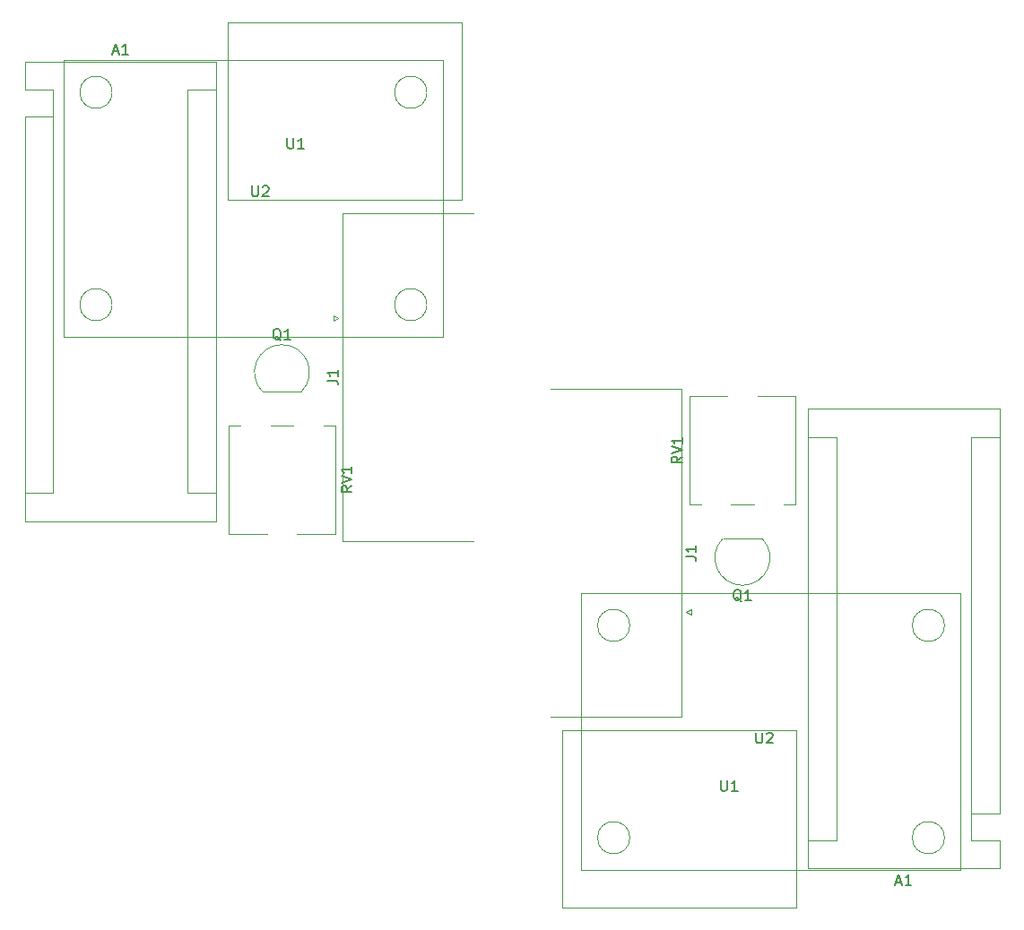
<source format=gbr>
G04 #@! TF.GenerationSoftware,KiCad,Pcbnew,5.1.5-52549c5~84~ubuntu19.10.1*
G04 #@! TF.CreationDate,2020-09-03T13:33:18+03:00*
G04 #@! TF.ProjectId,hymTR_dual,68796d54-525f-4647-9561-6c2e6b696361,rev?*
G04 #@! TF.SameCoordinates,Original*
G04 #@! TF.FileFunction,Legend,Top*
G04 #@! TF.FilePolarity,Positive*
%FSLAX46Y46*%
G04 Gerber Fmt 4.6, Leading zero omitted, Abs format (unit mm)*
G04 Created by KiCad (PCBNEW 5.1.5-52549c5~84~ubuntu19.10.1) date 2020-09-03 13:33:18*
%MOMM*%
%LPD*%
G04 APERTURE LIST*
%ADD10C,0.120000*%
%ADD11C,0.150000*%
G04 APERTURE END LIST*
D10*
X123435000Y-90690000D02*
X127030000Y-90690000D01*
X116989000Y-90690000D02*
X120585000Y-90690000D01*
X125935000Y-100930000D02*
X127030000Y-100930000D01*
X120936000Y-100930000D02*
X123085000Y-100930000D01*
X116989000Y-100930000D02*
X118084000Y-100930000D01*
X127030000Y-100930000D02*
X127030000Y-90690000D01*
X116989000Y-100930000D02*
X116989000Y-90690000D01*
X116711325Y-111050000D02*
X117144338Y-110800000D01*
X117144338Y-111300000D02*
X116711325Y-111050000D01*
X117144338Y-110800000D02*
X117144338Y-111300000D01*
X116250000Y-120995000D02*
X103910000Y-120995000D01*
X116250000Y-90025000D02*
X116250000Y-120995000D01*
X103910000Y-90025000D02*
X116250000Y-90025000D01*
X141090000Y-132420000D02*
G75*
G03X141090000Y-132420000I-1524000J0D01*
G01*
X141090000Y-112354000D02*
G75*
G03X141090000Y-112354000I-1524000J0D01*
G01*
X111372000Y-112354000D02*
G75*
G03X111372000Y-112354000I-1524000J0D01*
G01*
X111372000Y-132420000D02*
G75*
G03X111372000Y-132420000I-1524000J0D01*
G01*
X142360000Y-109306000D02*
X142614000Y-109306000D01*
X142614000Y-109306000D02*
X142614000Y-135468000D01*
X106800000Y-109306000D02*
X142360000Y-109306000D01*
X106800000Y-135468000D02*
X106800000Y-109306000D01*
X142614000Y-135468000D02*
X106800000Y-135468000D01*
X104992000Y-138990000D02*
X104992000Y-122226000D01*
X127090000Y-138990000D02*
X104992000Y-138990000D01*
X127090000Y-122226000D02*
X127090000Y-138990000D01*
X104992000Y-122226000D02*
X127090000Y-122226000D01*
X120171522Y-104131522D02*
G75*
G03X122010000Y-108570000I1838478J-1838478D01*
G01*
X123848478Y-104131522D02*
G75*
G02X122010000Y-108570000I-1838478J-1838478D01*
G01*
X123810000Y-104120000D02*
X120210000Y-104120000D01*
X128230000Y-135310000D02*
X146270000Y-135310000D01*
X128230000Y-91870000D02*
X128230000Y-135310000D01*
X146270000Y-91870000D02*
X128230000Y-91870000D01*
X143600000Y-94540000D02*
X146270000Y-94540000D01*
X143600000Y-130100000D02*
X143600000Y-94540000D01*
X143600000Y-130100000D02*
X146270000Y-130100000D01*
X130900000Y-94540000D02*
X128230000Y-94540000D01*
X130900000Y-132640000D02*
X130900000Y-94540000D01*
X130900000Y-132640000D02*
X128230000Y-132640000D01*
X146270000Y-135310000D02*
X146270000Y-132640000D01*
X146270000Y-130100000D02*
X146270000Y-91870000D01*
X143600000Y-132640000D02*
X146270000Y-132640000D01*
X143600000Y-130100000D02*
X143600000Y-132640000D01*
X96630000Y-104375000D02*
X84290000Y-104375000D01*
X84290000Y-104375000D02*
X84290000Y-73405000D01*
X84290000Y-73405000D02*
X96630000Y-73405000D01*
X83395662Y-83600000D02*
X83395662Y-83100000D01*
X83395662Y-83100000D02*
X83828675Y-83350000D01*
X83828675Y-83350000D02*
X83395662Y-83600000D01*
X57926000Y-58932000D02*
X93740000Y-58932000D01*
X93740000Y-58932000D02*
X93740000Y-85094000D01*
X93740000Y-85094000D02*
X58180000Y-85094000D01*
X57926000Y-85094000D02*
X57926000Y-58932000D01*
X58180000Y-85094000D02*
X57926000Y-85094000D01*
X92216000Y-61980000D02*
G75*
G03X92216000Y-61980000I-1524000J0D01*
G01*
X92216000Y-82046000D02*
G75*
G03X92216000Y-82046000I-1524000J0D01*
G01*
X62498000Y-82046000D02*
G75*
G03X62498000Y-82046000I-1524000J0D01*
G01*
X62498000Y-61980000D02*
G75*
G03X62498000Y-61980000I-1524000J0D01*
G01*
X76730000Y-90280000D02*
X80330000Y-90280000D01*
X76691522Y-90268478D02*
G75*
G02X78530000Y-85830000I1838478J1838478D01*
G01*
X80368478Y-90268478D02*
G75*
G03X78530000Y-85830000I-1838478J1838478D01*
G01*
X83551000Y-93470000D02*
X83551000Y-103710000D01*
X73510000Y-93470000D02*
X73510000Y-103710000D01*
X83551000Y-93470000D02*
X82456000Y-93470000D01*
X79604000Y-93470000D02*
X77455000Y-93470000D01*
X74605000Y-93470000D02*
X73510000Y-93470000D01*
X83551000Y-103710000D02*
X79955000Y-103710000D01*
X77105000Y-103710000D02*
X73510000Y-103710000D01*
X56940000Y-64300000D02*
X56940000Y-61760000D01*
X56940000Y-61760000D02*
X54270000Y-61760000D01*
X54270000Y-64300000D02*
X54270000Y-102530000D01*
X54270000Y-59090000D02*
X54270000Y-61760000D01*
X69640000Y-61760000D02*
X72310000Y-61760000D01*
X69640000Y-61760000D02*
X69640000Y-99860000D01*
X69640000Y-99860000D02*
X72310000Y-99860000D01*
X56940000Y-64300000D02*
X54270000Y-64300000D01*
X56940000Y-64300000D02*
X56940000Y-99860000D01*
X56940000Y-99860000D02*
X54270000Y-99860000D01*
X54270000Y-102530000D02*
X72310000Y-102530000D01*
X72310000Y-102530000D02*
X72310000Y-59090000D01*
X72310000Y-59090000D02*
X54270000Y-59090000D01*
X95548000Y-72174000D02*
X73450000Y-72174000D01*
X73450000Y-72174000D02*
X73450000Y-55410000D01*
X73450000Y-55410000D02*
X95548000Y-55410000D01*
X95548000Y-55410000D02*
X95548000Y-72174000D01*
D11*
X116312380Y-96405238D02*
X115836190Y-96738571D01*
X116312380Y-96976666D02*
X115312380Y-96976666D01*
X115312380Y-96595714D01*
X115360000Y-96500476D01*
X115407619Y-96452857D01*
X115502857Y-96405238D01*
X115645714Y-96405238D01*
X115740952Y-96452857D01*
X115788571Y-96500476D01*
X115836190Y-96595714D01*
X115836190Y-96976666D01*
X115312380Y-96119523D02*
X116312380Y-95786190D01*
X115312380Y-95452857D01*
X116312380Y-94595714D02*
X116312380Y-95167142D01*
X116312380Y-94881428D02*
X115312380Y-94881428D01*
X115455238Y-94976666D01*
X115550476Y-95071904D01*
X115598095Y-95167142D01*
X116642380Y-105843333D02*
X117356666Y-105843333D01*
X117499523Y-105890952D01*
X117594761Y-105986190D01*
X117642380Y-106129047D01*
X117642380Y-106224285D01*
X117642380Y-104843333D02*
X117642380Y-105414761D01*
X117642380Y-105129047D02*
X116642380Y-105129047D01*
X116785238Y-105224285D01*
X116880476Y-105319523D01*
X116928095Y-105414761D01*
X123310095Y-122482380D02*
X123310095Y-123291904D01*
X123357714Y-123387142D01*
X123405333Y-123434761D01*
X123500571Y-123482380D01*
X123691047Y-123482380D01*
X123786285Y-123434761D01*
X123833904Y-123387142D01*
X123881523Y-123291904D01*
X123881523Y-122482380D01*
X124310095Y-122577619D02*
X124357714Y-122530000D01*
X124452952Y-122482380D01*
X124691047Y-122482380D01*
X124786285Y-122530000D01*
X124833904Y-122577619D01*
X124881523Y-122672857D01*
X124881523Y-122768095D01*
X124833904Y-122910952D01*
X124262476Y-123482380D01*
X124881523Y-123482380D01*
X119978095Y-127012380D02*
X119978095Y-127821904D01*
X120025714Y-127917142D01*
X120073333Y-127964761D01*
X120168571Y-128012380D01*
X120359047Y-128012380D01*
X120454285Y-127964761D01*
X120501904Y-127917142D01*
X120549523Y-127821904D01*
X120549523Y-127012380D01*
X121549523Y-128012380D02*
X120978095Y-128012380D01*
X121263809Y-128012380D02*
X121263809Y-127012380D01*
X121168571Y-127155238D01*
X121073333Y-127250476D01*
X120978095Y-127298095D01*
X121914761Y-110077619D02*
X121819523Y-110030000D01*
X121724285Y-109934761D01*
X121581428Y-109791904D01*
X121486190Y-109744285D01*
X121390952Y-109744285D01*
X121438571Y-109982380D02*
X121343333Y-109934761D01*
X121248095Y-109839523D01*
X121200476Y-109649047D01*
X121200476Y-109315714D01*
X121248095Y-109125238D01*
X121343333Y-109030000D01*
X121438571Y-108982380D01*
X121629047Y-108982380D01*
X121724285Y-109030000D01*
X121819523Y-109125238D01*
X121867142Y-109315714D01*
X121867142Y-109649047D01*
X121819523Y-109839523D01*
X121724285Y-109934761D01*
X121629047Y-109982380D01*
X121438571Y-109982380D01*
X122819523Y-109982380D02*
X122248095Y-109982380D01*
X122533809Y-109982380D02*
X122533809Y-108982380D01*
X122438571Y-109125238D01*
X122343333Y-109220476D01*
X122248095Y-109268095D01*
X136535714Y-136616666D02*
X137011904Y-136616666D01*
X136440476Y-136902380D02*
X136773809Y-135902380D01*
X137107142Y-136902380D01*
X137964285Y-136902380D02*
X137392857Y-136902380D01*
X137678571Y-136902380D02*
X137678571Y-135902380D01*
X137583333Y-136045238D01*
X137488095Y-136140476D01*
X137392857Y-136188095D01*
X82802380Y-89223333D02*
X83516666Y-89223333D01*
X83659523Y-89270952D01*
X83754761Y-89366190D01*
X83802380Y-89509047D01*
X83802380Y-89604285D01*
X83802380Y-88223333D02*
X83802380Y-88794761D01*
X83802380Y-88509047D02*
X82802380Y-88509047D01*
X82945238Y-88604285D01*
X83040476Y-88699523D01*
X83088095Y-88794761D01*
X75706095Y-70822380D02*
X75706095Y-71631904D01*
X75753714Y-71727142D01*
X75801333Y-71774761D01*
X75896571Y-71822380D01*
X76087047Y-71822380D01*
X76182285Y-71774761D01*
X76229904Y-71727142D01*
X76277523Y-71631904D01*
X76277523Y-70822380D01*
X76706095Y-70917619D02*
X76753714Y-70870000D01*
X76848952Y-70822380D01*
X77087047Y-70822380D01*
X77182285Y-70870000D01*
X77229904Y-70917619D01*
X77277523Y-71012857D01*
X77277523Y-71108095D01*
X77229904Y-71250952D01*
X76658476Y-71822380D01*
X77277523Y-71822380D01*
X78434761Y-85417619D02*
X78339523Y-85370000D01*
X78244285Y-85274761D01*
X78101428Y-85131904D01*
X78006190Y-85084285D01*
X77910952Y-85084285D01*
X77958571Y-85322380D02*
X77863333Y-85274761D01*
X77768095Y-85179523D01*
X77720476Y-84989047D01*
X77720476Y-84655714D01*
X77768095Y-84465238D01*
X77863333Y-84370000D01*
X77958571Y-84322380D01*
X78149047Y-84322380D01*
X78244285Y-84370000D01*
X78339523Y-84465238D01*
X78387142Y-84655714D01*
X78387142Y-84989047D01*
X78339523Y-85179523D01*
X78244285Y-85274761D01*
X78149047Y-85322380D01*
X77958571Y-85322380D01*
X79339523Y-85322380D02*
X78768095Y-85322380D01*
X79053809Y-85322380D02*
X79053809Y-84322380D01*
X78958571Y-84465238D01*
X78863333Y-84560476D01*
X78768095Y-84608095D01*
X85132380Y-99185238D02*
X84656190Y-99518571D01*
X85132380Y-99756666D02*
X84132380Y-99756666D01*
X84132380Y-99375714D01*
X84180000Y-99280476D01*
X84227619Y-99232857D01*
X84322857Y-99185238D01*
X84465714Y-99185238D01*
X84560952Y-99232857D01*
X84608571Y-99280476D01*
X84656190Y-99375714D01*
X84656190Y-99756666D01*
X84132380Y-98899523D02*
X85132380Y-98566190D01*
X84132380Y-98232857D01*
X85132380Y-97375714D02*
X85132380Y-97947142D01*
X85132380Y-97661428D02*
X84132380Y-97661428D01*
X84275238Y-97756666D01*
X84370476Y-97851904D01*
X84418095Y-97947142D01*
X62575714Y-58116666D02*
X63051904Y-58116666D01*
X62480476Y-58402380D02*
X62813809Y-57402380D01*
X63147142Y-58402380D01*
X64004285Y-58402380D02*
X63432857Y-58402380D01*
X63718571Y-58402380D02*
X63718571Y-57402380D01*
X63623333Y-57545238D01*
X63528095Y-57640476D01*
X63432857Y-57688095D01*
X79038095Y-66292380D02*
X79038095Y-67101904D01*
X79085714Y-67197142D01*
X79133333Y-67244761D01*
X79228571Y-67292380D01*
X79419047Y-67292380D01*
X79514285Y-67244761D01*
X79561904Y-67197142D01*
X79609523Y-67101904D01*
X79609523Y-66292380D01*
X80609523Y-67292380D02*
X80038095Y-67292380D01*
X80323809Y-67292380D02*
X80323809Y-66292380D01*
X80228571Y-66435238D01*
X80133333Y-66530476D01*
X80038095Y-66578095D01*
M02*

</source>
